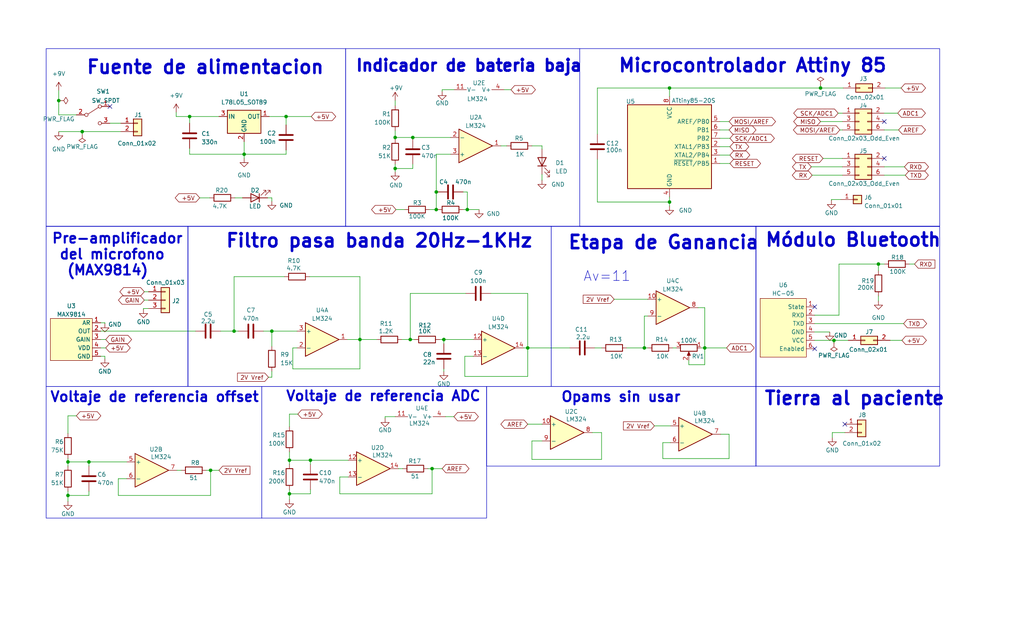
<source format=kicad_sch>
(kicad_sch (version 20230121) (generator eeschema)
  (paper "User" 310.007 189.992)
  (lib_symbols
    (symbol "Amplifier_Operational:LM324" (pin_names (offset 0.127))
      (property "Reference" "U" (at 0 5.08 0))
      (property "Value" "LM324" (at 0 -5.08 0))
      (symbol "LM324_1_1"
        (polyline (pts (xy -5.08 5.08) (xy 5.08 0) (xy -5.08 -5.08) (xy -5.08 5.08)) (stroke (width 0.254)) (fill (type background)))
        (pin output line (at 7.62 0 180) (length 2.54) (name "~") (number "1"))
        (pin input line (at -7.62 -2.54 0) (length 2.54) (name "-") (number "2"))
        (pin input line (at -7.62 2.54 0) (length 2.54) (name "+") (number "3"))
      )
      (symbol "LM324_2_1"
        (polyline (pts (xy -5.08 5.08) (xy 5.08 0) (xy -5.08 -5.08) (xy -5.08 5.08)) (stroke (width 0.254)) (fill (type background)))
        (pin input line (at -7.62 2.54 0) (length 2.54) (name "+") (number "5"))
        (pin input line (at -7.62 -2.54 0) (length 2.54) (name "-") (number "6"))
        (pin output line (at 7.62 0 180) (length 2.54) (name "~") (number "7"))
      )
      (symbol "LM324_3_1"
        (polyline (pts (xy -5.08 5.08) (xy 5.08 0) (xy -5.08 -5.08) (xy -5.08 5.08)) (stroke (width 0.254)) (fill (type background)))
        (pin input line (at -7.62 2.54 0) (length 2.54) (name "+") (number "10"))
        (pin output line (at 7.62 0 180) (length 2.54) (name "~") (number "8"))
        (pin input line (at -7.62 -2.54 0) (length 2.54) (name "-") (number "9"))
      )
      (symbol "LM324_4_1"
        (polyline (pts (xy -5.08 5.08) (xy 5.08 0) (xy -5.08 -5.08) (xy -5.08 5.08)) (stroke (width 0.254)) (fill (type background)))
        (pin input line (at -7.62 2.54 0) (length 2.54) (name "+") (number "12"))
        (pin input line (at -7.62 -2.54 0) (length 2.54) (name "-") (number "13"))
        (pin output line (at 7.62 0 180) (length 2.54) (name "~") (number "14"))
      )
      (symbol "LM324_5_1"
        (pin power_in line (at -2.54 -7.62 90) (length 3.81) (name "V-") (number "11"))
        (pin power_in line (at -2.54 7.62 270) (length 3.81) (name "V+") (number "4"))
      )
    )
    (symbol "Bluetooth:HC-05"
      (property "Reference" "U" (at 6.35 8.89 0))
      (property "Value" "HC-05" (at -3.81 8.89 0))
      (symbol "HC-05_0_1"
        (rectangle (start -6.35 7.62) (end 7.62 -10.16) (fill (type background)))
      )
      (symbol "HC-05_1_1"
        (pin bidirectional line (at 10.16 5.08 180) (length 2.54) (name "State") (number "1"))
        (pin bidirectional line (at 10.16 2.54 180) (length 2.54) (name "RXD") (number "2"))
        (pin bidirectional line (at 10.16 0 180) (length 2.54) (name "TXD") (number "3"))
        (pin power_in line (at 10.16 -2.54 180) (length 2.54) (name "GND") (number "4"))
        (pin power_in line (at 10.16 -5.08 180) (length 2.54) (name "VCC") (number "5"))
        (pin bidirectional line (at 10.16 -7.62 180) (length 2.54) (name "Enabled") (number "6"))
      )
    )
    (symbol "Connector_Generic:Conn_01x01" (pin_names (offset 1.016) hide)
      (property "Reference" "J" (at 0 2.54 0))
      (property "Value" "Conn_01x01" (at 0 -2.54 0))
      (symbol "Conn_01x01_1_1"
        (rectangle (start -1.27 0.127) (end 0 -0.127) (stroke (width 0.1524)))
        (rectangle (start -1.27 1.27) (end 1.27 -1.27) (stroke (width 0.254)) (fill (type background)))
        (pin passive line (at -5.08 0 0) (length 3.81) (name "Pin_1") (number "1"))
      )
    )
    (symbol "Connector_Generic:Conn_01x02" (pin_names (offset 1.016) hide)
      (property "Reference" "J" (at 0 2.54 0))
      (property "Value" "Conn_01x02" (at 0 -5.08 0))
      (symbol "Conn_01x02_1_1"
        (rectangle (start -1.27 -2.413) (end 0 -2.667) (stroke (width 0.1524)))
        (rectangle (start -1.27 0.127) (end 0 -0.127) (stroke (width 0.1524)))
        (rectangle (start -1.27 1.27) (end 1.27 -3.81) (stroke (width 0.254)) (fill (type background)))
        (pin passive line (at -5.08 0 0) (length 3.81) (name "Pin_1") (number "1"))
        (pin passive line (at -5.08 -2.54 0) (length 3.81) (name "Pin_2") (number "2"))
      )
    )
    (symbol "Connector_Generic:Conn_01x03" (pin_names (offset 1.016) hide)
      (property "Reference" "J" (at 0 5.08 0))
      (property "Value" "Conn_01x03" (at 0 -5.08 0))
      (symbol "Conn_01x03_1_1"
        (rectangle (start -1.27 -2.413) (end 0 -2.667) (stroke (width 0.1524)))
        (rectangle (start -1.27 0.127) (end 0 -0.127) (stroke (width 0.1524)))
        (rectangle (start -1.27 2.667) (end 0 2.413) (stroke (width 0.1524)))
        (rectangle (start -1.27 3.81) (end 1.27 -3.81) (stroke (width 0.254)) (fill (type background)))
        (pin passive line (at -5.08 2.54 0) (length 3.81) (name "Pin_1") (number "1"))
        (pin passive line (at -5.08 0 0) (length 3.81) (name "Pin_2") (number "2"))
        (pin passive line (at -5.08 -2.54 0) (length 3.81) (name "Pin_3") (number "3"))
      )
    )
    (symbol "Connector_Generic:Conn_02x01" (pin_names (offset 1.016) hide)
      (property "Reference" "J" (at 1.27 2.54 0))
      (property "Value" "Conn_02x01" (at 1.27 -2.54 0))
      (symbol "Conn_02x01_1_1"
        (rectangle (start -1.27 0.127) (end 0 -0.127) (stroke (width 0.1524)))
        (rectangle (start -1.27 1.27) (end 3.81 -1.27) (stroke (width 0.254)) (fill (type background)))
        (rectangle (start 3.81 0.127) (end 2.54 -0.127) (stroke (width 0.1524)))
        (pin passive line (at -5.08 0 0) (length 3.81) (name "Pin_1") (number "1"))
        (pin passive line (at 7.62 0 180) (length 3.81) (name "Pin_2") (number "2"))
      )
    )
    (symbol "Connector_Generic:Conn_02x03_Odd_Even" (pin_names (offset 1.016) hide)
      (property "Reference" "J" (at 1.27 5.08 0))
      (property "Value" "Conn_02x03_Odd_Even" (at 1.27 -5.08 0))
      (symbol "Conn_02x03_Odd_Even_1_1"
        (rectangle (start -1.27 -2.413) (end 0 -2.667) (stroke (width 0.1524)))
        (rectangle (start -1.27 0.127) (end 0 -0.127) (stroke (width 0.1524)))
        (rectangle (start -1.27 2.667) (end 0 2.413) (stroke (width 0.1524)))
        (rectangle (start -1.27 3.81) (end 3.81 -3.81) (stroke (width 0.254)) (fill (type background)))
        (rectangle (start 3.81 -2.413) (end 2.54 -2.667) (stroke (width 0.1524)))
        (rectangle (start 3.81 0.127) (end 2.54 -0.127) (stroke (width 0.1524)))
        (rectangle (start 3.81 2.667) (end 2.54 2.413) (stroke (width 0.1524)))
        (pin passive line (at -5.08 2.54 0) (length 3.81) (name "Pin_1") (number "1"))
        (pin passive line (at 7.62 2.54 180) (length 3.81) (name "Pin_2") (number "2"))
        (pin passive line (at -5.08 0 0) (length 3.81) (name "Pin_3") (number "3"))
        (pin passive line (at 7.62 0 180) (length 3.81) (name "Pin_4") (number "4"))
        (pin passive line (at -5.08 -2.54 0) (length 3.81) (name "Pin_5") (number "5"))
        (pin passive line (at 7.62 -2.54 180) (length 3.81) (name "Pin_6") (number "6"))
      )
    )
    (symbol "Device:C" (pin_numbers hide) (pin_names (offset 0.254))
      (property "Reference" "C" (at 0.635 2.54 0))
      (property "Value" "C" (at 0.635 -2.54 0))
      (symbol "C_0_1"
        (polyline (pts (xy -2.032 -0.762) (xy 2.032 -0.762)) (stroke (width 0.508)))
        (polyline (pts (xy -2.032 0.762) (xy 2.032 0.762)) (stroke (width 0.508)))
      )
      (symbol "C_1_1"
        (pin passive line (at 0 3.81 270) (length 2.794) (name "~") (number "1"))
        (pin passive line (at 0 -3.81 90) (length 2.794) (name "~") (number "2"))
      )
    )
    (symbol "Device:LED" (pin_numbers hide) (pin_names (offset 1.016) hide)
      (property "Reference" "D" (at 0 2.54 0))
      (property "Value" "LED" (at 0 -2.54 0))
      (symbol "LED_0_1"
        (polyline (pts (xy -1.27 -1.27) (xy -1.27 1.27)) (stroke (width 0.254)))
        (polyline (pts (xy -1.27 0) (xy 1.27 0)))
        (polyline (pts (xy 1.27 -1.27) (xy 1.27 1.27) (xy -1.27 0) (xy 1.27 -1.27)) (stroke (width 0.254)))
        (polyline (pts (xy -3.048 -0.762) (xy -4.572 -2.286) (xy -3.81 -2.286) (xy -4.572 -2.286) (xy -4.572 -1.524)))
        (polyline (pts (xy -1.778 -0.762) (xy -3.302 -2.286) (xy -2.54 -2.286) (xy -3.302 -2.286) (xy -3.302 -1.524)))
      )
      (symbol "LED_1_1"
        (pin passive line (at -3.81 0 0) (length 2.54) (name "K") (number "1"))
        (pin passive line (at 3.81 0 180) (length 2.54) (name "A") (number "2"))
      )
    )
    (symbol "Device:R" (pin_numbers hide) (pin_names (offset 0))
      (property "Reference" "R" (at 2.032 0 90))
      (property "Value" "R" (at 0 0 90))
      (symbol "R_0_1"
        (rectangle (start -1.016 -2.54) (end 1.016 2.54) (stroke (width 0.254)))
      )
      (symbol "R_1_1"
        (pin passive line (at 0 3.81 270) (length 1.27) (name "~") (number "1"))
        (pin passive line (at 0 -3.81 90) (length 1.27) (name "~") (number "2"))
      )
    )
    (symbol "Device:R_Potentiometer" (pin_names (offset 1.016) hide)
      (property "Reference" "RV" (at -4.445 0 90))
      (property "Value" "R_Potentiometer" (at -2.54 0 90))
      (symbol "R_Potentiometer_0_1"
        (polyline (pts (xy 2.54 0) (xy 1.524 0)))
        (polyline (pts (xy 1.143 0) (xy 2.286 0.508) (xy 2.286 -0.508) (xy 1.143 0)) (fill (type outline)))
        (rectangle (start 1.016 2.54) (end -1.016 -2.54) (stroke (width 0.254)))
      )
      (symbol "R_Potentiometer_1_1"
        (pin passive line (at 0 3.81 270) (length 1.27) (name "1") (number "1"))
        (pin passive line (at 3.81 0 180) (length 1.27) (name "2") (number "2"))
        (pin passive line (at 0 -3.81 90) (length 1.27) (name "3") (number "3"))
      )
    )
    (symbol "MAX9814:MAX9814"
      (property "Reference" "U" (at -5.08 8.89 0))
      (property "Value" "MAX9814" (at 2.54 8.89 0))
      (symbol "MAX9814_0_1"
        (rectangle (start -6.35 7.62) (end 6.35 -5.08) (stroke (width 0) (color 132 0 0 1)) (fill (type background)))
      )
      (symbol "MAX9814_1_1"
        (pin power_in line (at 8.89 6.35 180) (length 2.54) (name "AR") (number "1"))
        (pin output line (at 8.89 3.81 180) (length 2.54) (name "OUT") (number "2"))
        (pin bidirectional line (at 8.89 1.27 180) (length 2.54) (name "GAIN") (number "3"))
        (pin power_in line (at 8.89 -1.27 180) (length 2.54) (name "VDD") (number "4"))
        (pin power_in line (at 8.89 -3.81 180) (length 2.54) (name "GND") (number "5"))
      )
    )
    (symbol "MCU_Microchip_ATtiny:ATtiny85-20S"
      (property "Reference" "U" (at -12.7 13.97 0))
      (property "Value" "ATtiny85-20S" (at 2.54 -13.97 0))
      (symbol "ATtiny85-20S_0_1"
        (rectangle (start -12.7 -12.7) (end 12.7 12.7) (stroke (width 0.254)) (fill (type background)))
      )
      (symbol "ATtiny85-20S_1_1"
        (pin bidirectional line (at 15.24 -5.08 180) (length 2.54) (name "~{RESET}/PB5") (number "1"))
        (pin bidirectional line (at 15.24 0 180) (length 2.54) (name "XTAL1/PB3") (number "2"))
        (pin bidirectional line (at 15.24 -2.54 180) (length 2.54) (name "XTAL2/PB4") (number "3"))
        (pin power_in line (at 0 -15.24 90) (length 2.54) (name "GND") (number "4"))
        (pin bidirectional line (at 15.24 7.62 180) (length 2.54) (name "AREF/PB0") (number "5"))
        (pin bidirectional line (at 15.24 5.08 180) (length 2.54) (name "PB1") (number "6"))
        (pin bidirectional line (at 15.24 2.54 180) (length 2.54) (name "PB2") (number "7"))
        (pin power_in line (at 0 15.24 270) (length 2.54) (name "VCC") (number "8"))
      )
    )
    (symbol "Regulator_Linear:L78L05_SOT89" (pin_names (offset 0.254))
      (property "Reference" "U" (at -3.81 3.175 0))
      (property "Value" "L78L05_SOT89" (at -0.635 3.175 0))
      (symbol "L78L05_SOT89_0_1"
        (rectangle (start -5.08 1.905) (end 5.08 -5.08) (stroke (width 0.254)) (fill (type background)))
      )
      (symbol "L78L05_SOT89_1_1"
        (pin power_out line (at 7.62 0 180) (length 2.54) (name "OUT") (number "1"))
        (pin power_in line (at 0 -7.62 90) (length 2.54) (name "GND") (number "2"))
        (pin power_in line (at -7.62 0 0) (length 2.54) (name "IN") (number "3"))
      )
    )
    (symbol "Switch:SW_SPDT" (pin_names (offset 0) hide)
      (property "Reference" "SW" (at 0 4.318 0))
      (property "Value" "SW_SPDT" (at 0 -5.08 0))
      (symbol "SW_SPDT_0_0"
        (circle (center -2.032 0) (radius 0.508))
        (circle (center 2.032 -2.54) (radius 0.508))
      )
      (symbol "SW_SPDT_0_1"
        (polyline (pts (xy -1.524 0.254) (xy 1.651 2.286)))
        (circle (center 2.032 2.54) (radius 0.508))
      )
      (symbol "SW_SPDT_1_1"
        (pin passive line (at 5.08 2.54 180) (length 2.54) (name "A") (number "1"))
        (pin passive line (at -5.08 0 0) (length 2.54) (name "B") (number "2"))
        (pin passive line (at 5.08 -2.54 180) (length 2.54) (name "C") (number "3"))
      )
    )
    (symbol "power:+9V" (power) (pin_names (offset 0))
      (property "Value" "+9V" (at 0 3.556 0))
      (symbol "+9V_0_1"
        (polyline (pts (xy -0.762 1.27) (xy 0 2.54)))
        (polyline (pts (xy 0 0) (xy 0 2.54)))
        (polyline (pts (xy 0 2.54) (xy 0.762 1.27)))
      )
      (symbol "+9V_1_1"
        (pin power_in line (at 0 0 90) (length 0) hide (name "+9V") (number "1"))
      )
    )
    (symbol "power:GND" (power) (pin_names (offset 0))
      (property "Value" "GND" (at 0 -3.81 0))
      (symbol "GND_0_1"
        (polyline (pts (xy 0 0) (xy 0 -1.27) (xy 1.27 -1.27) (xy 0 -2.54) (xy -1.27 -1.27) (xy 0 -1.27)))
      )
      (symbol "GND_1_1"
        (pin power_in line (at 0 0 270) (length 0) hide (name "GND") (number "1"))
      )
    )
    (symbol "power:PWR_FLAG" (power) (pin_numbers hide) (pin_names (offset 0) hide)
      (property "Value" "PWR_FLAG" (at 0 3.81 0))
      (symbol "PWR_FLAG_0_0"
        (pin power_out line (at 0 0 90) (length 0) (name "pwr") (number "1"))
      )
      (symbol "PWR_FLAG_0_1"
        (polyline (pts (xy 0 0) (xy 0 1.27) (xy -1.016 1.905) (xy 0 2.54) (xy 1.016 1.905) (xy 0 1.27)))
      )
    )
  )
  (junction (at 57.404 35.306))
  (junction (at 124.968 41.656))
  (junction (at 20.574 139.954))
  (junction (at 265.938 80.01))
  (junction (at 108.966 102.87))
  (junction (at 195.072 105.41))
  (junction (at 24.892 39.878))
  (junction (at 132.08 63.5))
  (junction (at 130.81 141.986))
  (junction (at 20.574 150.114))
  (junction (at 26.924 139.954))
  (junction (at 202.692 26.67))
  (junction (at 248.412 26.67))
  (junction (at 213.36 105.41))
  (junction (at 63.754 142.494))
  (junction (at 132.08 58.166))
  (junction (at 17.78 30.48))
  (junction (at 134.366 102.87))
  (junction (at 119.634 51.054))
  (junction (at 82.296 100.33))
  (junction (at 73.914 46.736))
  (junction (at 87.63 139.446))
  (junction (at 202.692 61.214))
  (junction (at 93.98 139.446))
  (junction (at 124.206 102.87))
  (junction (at 86.614 35.306))
  (junction (at 87.63 149.606))
  (junction (at 70.866 100.33))
  (junction (at 252.476 103.124))
  (junction (at 141.478 63.5))
  (junction (at 159.766 105.41))
  (junction (at 119.634 41.656))
  (no_connect (at 255.778 128.524))
  (no_connect (at 267.716 48.006))
  (no_connect (at 246.634 105.664))
  (no_connect (at 267.716 36.83))
  (no_connect (at 246.634 92.964))
  (no_connect (at 33.274 32.258))
  (wire (pts (xy 265.938 80.01) (xy 265.938 82.042)))
  (wire (pts (xy 140.208 63.5) (xy 141.478 63.5)))
  (wire (pts (xy 195.072 95.758) (xy 196.088 95.758)))
  (wire (pts (xy 17.78 34.798) (xy 23.114 34.798)))
  (wire (pts (xy 30.48 97.79) (xy 31.75 97.79)))
  (wire (pts (xy 57.404 35.306) (xy 57.404 37.338)))
  (wire (pts (xy 134.366 111.76) (xy 134.366 112.522)))
  (wire (pts (xy 20.574 148.844) (xy 20.574 150.114)))
  (wire (pts (xy 63.754 150.114) (xy 63.754 142.494)))
  (wire (pts (xy 70.866 83.82) (xy 86.106 83.82)))
  (wire (pts (xy 202.692 61.214) (xy 202.692 62.484)))
  (wire (pts (xy 143.256 107.95) (xy 140.716 107.95)))
  (wire (pts (xy 220.726 138.938) (xy 220.726 131.572)))
  (wire (pts (xy 217.932 36.83) (xy 220.726 36.83)))
  (wire (pts (xy 71.12 59.944) (xy 73.406 59.944)))
  (wire (pts (xy 202.692 59.69) (xy 202.692 61.214)))
  (wire (pts (xy 87.63 139.446) (xy 87.63 140.716)))
  (wire (pts (xy 267.716 53.086) (xy 274.066 53.086)))
  (wire (pts (xy 24.892 39.878) (xy 36.576 39.878)))
  (wire (pts (xy 220.98 41.91) (xy 217.932 41.91)))
  (wire (pts (xy 90.17 125.476) (xy 87.63 125.476)))
  (wire (pts (xy 254 80.01) (xy 254 95.504)))
  (wire (pts (xy 220.98 49.53) (xy 217.932 49.53)))
  (wire (pts (xy 195.072 95.758) (xy 195.072 105.41)))
  (wire (pts (xy 124.968 49.784) (xy 124.968 51.054)))
  (wire (pts (xy 87.63 136.906) (xy 87.63 139.446)))
  (wire (pts (xy 251.968 131.064) (xy 251.968 132.588)))
  (wire (pts (xy 212.344 105.41) (xy 213.36 105.41)))
  (wire (pts (xy 252.476 103.124) (xy 256.794 103.124)))
  (wire (pts (xy 267.716 50.546) (xy 273.812 50.546)))
  (wire (pts (xy 248.412 26.67) (xy 255.27 26.67)))
  (wire (pts (xy 26.924 150.114) (xy 20.574 150.114)))
  (wire (pts (xy 20.574 150.114) (xy 20.574 151.892)))
  (wire (pts (xy 133.858 141.986) (xy 130.81 141.986)))
  (wire (pts (xy 119.634 41.656) (xy 124.968 41.656)))
  (wire (pts (xy 200.66 134.112) (xy 200.66 138.938)))
  (wire (pts (xy 108.966 102.87) (xy 114.046 102.87)))
  (wire (pts (xy 124.968 41.656) (xy 136.398 41.656)))
  (wire (pts (xy 119.634 30.48) (xy 119.634 32.004)))
  (wire (pts (xy 180.848 26.67) (xy 202.692 26.67)))
  (wire (pts (xy 132.08 63.5) (xy 132.588 63.5)))
  (wire (pts (xy 255.016 50.546) (xy 245.618 50.546)))
  (wire (pts (xy 57.404 35.306) (xy 53.34 35.306)))
  (wire (pts (xy 86.614 45.466) (xy 86.614 46.736)))
  (wire (pts (xy 208.534 110.49) (xy 213.36 110.49)))
  (wire (pts (xy 66.294 35.306) (xy 57.404 35.306)))
  (wire (pts (xy 93.98 139.446) (xy 105.41 139.446)))
  (wire (pts (xy 164.084 52.832) (xy 164.084 54.61)))
  (wire (pts (xy 134.366 102.87) (xy 143.256 102.87)))
  (wire (pts (xy 30.48 107.95) (xy 31.75 107.95)))
  (wire (pts (xy 132.08 58.166) (xy 132.588 58.166)))
  (wire (pts (xy 86.614 37.846) (xy 86.614 35.306)))
  (wire (pts (xy 161.036 139.192) (xy 161.036 133.604)))
  (wire (pts (xy 164.084 128.524) (xy 159.766 128.524)))
  (wire (pts (xy 20.574 138.938) (xy 20.574 139.954)))
  (wire (pts (xy 202.692 26.67) (xy 202.692 29.21)))
  (wire (pts (xy 180.848 26.67) (xy 180.848 40.64)))
  (wire (pts (xy 195.072 105.41) (xy 196.088 105.41)))
  (wire (pts (xy 267.716 34.29) (xy 271.78 34.29)))
  (wire (pts (xy 248.412 25.908) (xy 248.412 26.67)))
  (wire (pts (xy 17.78 39.878) (xy 24.892 39.878)))
  (wire (pts (xy 116.586 126.238) (xy 116.586 126.746)))
  (wire (pts (xy 220.726 131.572) (xy 218.186 131.572)))
  (wire (pts (xy 248.412 36.83) (xy 255.016 36.83)))
  (wire (pts (xy 140.97 88.9) (xy 124.206 88.9)))
  (wire (pts (xy 159.766 88.9) (xy 159.766 105.41)))
  (wire (pts (xy 140.208 58.166) (xy 141.478 58.166)))
  (wire (pts (xy 164.084 44.196) (xy 161.036 44.196)))
  (polyline (pts (xy 228.854 68.58) (xy 284.48 68.58)))
  (wire (pts (xy 87.63 149.606) (xy 87.63 151.384)))
  (wire (pts (xy 20.574 139.954) (xy 20.574 141.224)))
  (wire (pts (xy 119.888 63.5) (xy 122.428 63.5)))
  (wire (pts (xy 211.328 93.218) (xy 213.36 93.218)))
  (wire (pts (xy 182.118 131.064) (xy 179.324 131.064)))
  (wire (pts (xy 81.534 35.306) (xy 86.614 35.306)))
  (wire (pts (xy 82.296 114.3) (xy 82.296 112.522)))
  (wire (pts (xy 35.814 145.034) (xy 35.814 150.114)))
  (wire (pts (xy 130.81 141.986) (xy 130.81 149.606)))
  (wire (pts (xy 63.754 142.494) (xy 66.294 142.494)))
  (wire (pts (xy 57.404 46.736) (xy 73.914 46.736)))
  (wire (pts (xy 124.206 102.87) (xy 125.476 102.87)))
  (wire (pts (xy 93.98 148.336) (xy 93.98 149.606)))
  (wire (pts (xy 66.802 100.33) (xy 70.866 100.33)))
  (polyline (pts (xy 175.514 68.58) (xy 228.854 68.58)))
  (wire (pts (xy 251.206 100.584) (xy 246.634 100.584)))
  (wire (pts (xy 102.87 149.606) (xy 130.81 149.606)))
  (wire (pts (xy 246.634 98.044) (xy 273.558 98.044)))
  (wire (pts (xy 213.36 105.41) (xy 219.964 105.41)))
  (wire (pts (xy 246.634 103.124) (xy 252.476 103.124)))
  (wire (pts (xy 38.354 145.034) (xy 35.814 145.034)))
  (wire (pts (xy 129.54 141.986) (xy 130.81 141.986)))
  (wire (pts (xy 121.666 102.87) (xy 124.206 102.87)))
  (wire (pts (xy 164.084 45.212) (xy 164.084 44.196)))
  (polyline (pts (xy 148.59 117.094) (xy 148.59 117.094)))
  (wire (pts (xy 26.924 139.954) (xy 38.354 139.954)))
  (wire (pts (xy 161.036 133.604) (xy 164.084 133.604)))
  (wire (pts (xy 148.59 88.9) (xy 159.766 88.9)))
  (wire (pts (xy 251.714 60.452) (xy 251.714 60.706)))
  (wire (pts (xy 180.848 61.214) (xy 202.692 61.214)))
  (wire (pts (xy 73.914 42.926) (xy 73.914 46.736)))
  (wire (pts (xy 253.746 34.29) (xy 255.016 34.29)))
  (wire (pts (xy 202.692 26.67) (xy 248.412 26.67)))
  (wire (pts (xy 255.016 53.086) (xy 245.872 53.086)))
  (wire (pts (xy 153.416 44.196) (xy 151.638 44.196)))
  (wire (pts (xy 255.016 48.006) (xy 249.174 48.006)))
  (wire (pts (xy 108.966 102.87) (xy 108.966 111.76)))
  (wire (pts (xy 82.296 100.33) (xy 89.916 100.33)))
  (wire (pts (xy 31.75 107.95) (xy 31.75 108.712)))
  (wire (pts (xy 275.336 80.01) (xy 276.86 80.01)))
  (wire (pts (xy 202.946 134.112) (xy 200.66 134.112)))
  (wire (pts (xy 17.78 27.432) (xy 17.78 30.48)))
  (wire (pts (xy 70.866 100.33) (xy 72.136 100.33)))
  (wire (pts (xy 102.87 144.526) (xy 102.87 149.606)))
  (wire (pts (xy 189.738 105.41) (xy 195.072 105.41)))
  (wire (pts (xy 254.508 60.452) (xy 251.714 60.452)))
  (wire (pts (xy 217.932 39.37) (xy 220.726 39.37)))
  (wire (pts (xy 269.494 103.124) (xy 273.05 103.124)))
  (wire (pts (xy 140.716 107.95) (xy 140.716 114.046)))
  (wire (pts (xy 26.924 148.844) (xy 26.924 150.114)))
  (wire (pts (xy 182.118 139.192) (xy 161.036 139.192)))
  (wire (pts (xy 119.634 39.624) (xy 119.634 41.656)))
  (wire (pts (xy 82.296 100.33) (xy 79.756 100.33)))
  (wire (pts (xy 105.156 102.87) (xy 108.966 102.87)))
  (wire (pts (xy 70.866 83.82) (xy 70.866 100.33)))
  (wire (pts (xy 20.574 125.984) (xy 20.574 131.318)))
  (wire (pts (xy 57.404 44.958) (xy 57.404 46.736)))
  (wire (pts (xy 87.63 125.476) (xy 87.63 129.286)))
  (wire (pts (xy 133.096 102.87) (xy 134.366 102.87)))
  (wire (pts (xy 54.864 142.494) (xy 53.594 142.494)))
  (wire (pts (xy 119.634 126.238) (xy 116.586 126.238)))
  (wire (pts (xy 63.754 142.494) (xy 62.484 142.494)))
  (wire (pts (xy 251.968 131.064) (xy 255.778 131.064)))
  (wire (pts (xy 26.924 141.224) (xy 26.924 139.954)))
  (wire (pts (xy 203.708 105.41) (xy 204.724 105.41)))
  (wire (pts (xy 44.958 93.472) (xy 43.434 93.472)))
  (wire (pts (xy 124.968 51.054) (xy 119.634 51.054)))
  (wire (pts (xy 267.97 26.67) (xy 272.796 26.67)))
  (wire (pts (xy 82.296 59.944) (xy 82.296 60.96)))
  (wire (pts (xy 88.646 111.76) (xy 108.966 111.76)))
  (wire (pts (xy 254 80.01) (xy 265.938 80.01)))
  (wire (pts (xy 208.534 109.22) (xy 208.534 110.49)))
  (wire (pts (xy 87.63 148.336) (xy 87.63 149.606)))
  (wire (pts (xy 93.98 140.716) (xy 93.98 139.446)))
  (wire (pts (xy 182.118 131.064) (xy 182.118 139.192)))
  (wire (pts (xy 73.914 46.736) (xy 73.914 48.006)))
  (wire (pts (xy 252.476 103.124) (xy 252.476 103.886)))
  (wire (pts (xy 35.814 150.114) (xy 63.754 150.114)))
  (wire (pts (xy 73.914 46.736) (xy 86.614 46.736)))
  (wire (pts (xy 254.254 39.37) (xy 255.016 39.37)))
  (wire (pts (xy 132.08 63.5) (xy 132.08 58.166)))
  (wire (pts (xy 220.98 46.99) (xy 217.932 46.99)))
  (wire (pts (xy 180.848 48.26) (xy 180.848 61.214)))
  (wire (pts (xy 31.75 97.79) (xy 31.75 98.044)))
  (wire (pts (xy 246.634 95.504) (xy 254 95.504)))
  (wire (pts (xy 93.726 83.82) (xy 108.966 83.82)))
  (wire (pts (xy 124.968 41.656) (xy 124.968 42.164)))
  (wire (pts (xy 158.496 105.41) (xy 159.766 105.41)))
  (wire (pts (xy 23.114 125.984) (xy 20.574 125.984)))
  (wire (pts (xy 220.98 44.45) (xy 217.932 44.45)))
  (wire (pts (xy 180.086 105.41) (xy 182.118 105.41)))
  (wire (pts (xy 30.48 105.41) (xy 32.004 105.41)))
  (wire (pts (xy 140.716 114.046) (xy 159.766 114.046)))
  (wire (pts (xy 119.634 51.054) (xy 119.634 52.07)))
  (wire (pts (xy 108.966 83.82) (xy 108.966 102.87)))
  (wire (pts (xy 152.654 27.178) (xy 154.686 27.178)))
  (wire (pts (xy 119.634 49.784) (xy 119.634 51.054)))
  (wire (pts (xy 43.434 93.472) (xy 43.434 93.726)))
  (wire (pts (xy 60.452 59.944) (xy 63.5 59.944)))
  (wire (pts (xy 121.92 141.986) (xy 120.65 141.986)))
  (wire (pts (xy 43.688 90.932) (xy 44.958 90.932)))
  (wire (pts (xy 136.398 46.736) (xy 132.08 46.736)))
  (wire (pts (xy 185.928 90.678) (xy 196.088 90.678)))
  (wire (pts (xy 93.98 139.446) (xy 87.63 139.446)))
  (wire (pts (xy 119.634 41.656) (xy 119.634 42.164)))
  (wire (pts (xy 159.766 105.41) (xy 172.466 105.41)))
  (wire (pts (xy 81.28 114.3) (xy 82.296 114.3)))
  (wire (pts (xy 198.12 129.032) (xy 202.946 129.032)))
  (wire (pts (xy 133.858 27.686) (xy 133.858 27.178)))
  (wire (pts (xy 133.858 27.178) (xy 137.414 27.178)))
  (wire (pts (xy 105.41 144.526) (xy 102.87 144.526)))
  (wire (pts (xy 267.716 39.37) (xy 272.034 39.37)))
  (wire (pts (xy 93.98 149.606) (xy 87.63 149.606)))
  (wire (pts (xy 124.206 88.9) (xy 124.206 102.87)))
  (wire (pts (xy 43.688 88.392) (xy 44.958 88.392)))
  (wire (pts (xy 86.614 35.306) (xy 94.234 35.306)))
  (wire (pts (xy 89.916 105.41) (xy 88.646 105.41)))
  (wire (pts (xy 265.938 80.01) (xy 267.716 80.01)))
  (wire (pts (xy 134.366 102.87) (xy 134.366 104.14)))
  (wire (pts (xy 82.296 104.902) (xy 82.296 100.33)))
  (wire (pts (xy 200.66 138.938) (xy 220.726 138.938)))
  (wire (pts (xy 213.36 110.49) (xy 213.36 105.41)))
  (wire (pts (xy 159.766 105.41) (xy 159.766 114.046)))
  (wire (pts (xy 265.938 89.662) (xy 265.938 91.186)))
  (wire (pts (xy 26.924 139.954) (xy 20.574 139.954)))
  (wire (pts (xy 17.78 30.48) (xy 17.78 34.798)))
  (wire (pts (xy 134.874 126.238) (xy 137.414 126.238)))
  (wire (pts (xy 213.36 93.218) (xy 213.36 105.41)))
  (wire (pts (xy 53.34 35.306) (xy 53.34 34.036)))
  (wire (pts (xy 30.48 100.33) (xy 59.182 100.33)))
  (wire (pts (xy 132.08 46.736) (xy 132.08 58.166)))
  (wire (pts (xy 141.478 63.5) (xy 145.034 63.5)))
  (wire (pts (xy 81.026 59.944) (xy 82.296 59.944)))
  (wire (pts (xy 33.274 37.338) (xy 36.576 37.338)))
  (wire (pts (xy 88.646 105.41) (xy 88.646 111.76)))
  (wire (pts (xy 141.478 58.166) (xy 141.478 63.5)))
  (wire (pts (xy 130.048 63.5) (xy 132.08 63.5)))
  (wire (pts (xy 30.48 102.87) (xy 32.004 102.87)))
  (wire (pts (xy 24.892 39.878) (xy 24.892 40.64)))
  (wire (pts (xy 17.78 30.48) (xy 18.034 30.48)))
  (rectangle (start 13.97 14.732) (end 104.648 68.58))
  (rectangle (start 166.878 68.58) (end 228.854 117.094))
  (rectangle (start 13.97 117.094) (end 79.248 156.972))
  (rectangle (start 175.514 14.732) (end 284.48 68.58))
  (rectangle (start 228.854 117.094) (end 284.48 141.224))
  (rectangle (start 104.648 14.732) (end 175.514 68.58))
  (rectangle (start 56.896 68.58) (end 166.878 117.094))
  (rectangle (start 79.248 117.094) (end 147.32 156.972))
  (rectangle (start 13.97 68.58) (end 56.896 117.094))
  (rectangle (start 228.854 68.58) (end 284.48 117.094))
  (rectangle (start 147.32 117.094) (end 228.854 141.224))
  (text "Voltaje de referencia offset" (at 14.986 122.174 0) (effects (font (size 3 3) bold) (justify left bottom)))
  (text "Módulo Bluetooth" (at 231.394 75.184 0) (effects (font (size 4 4) bold) (justify left bottom)))
  (text "Pre-amplificador\n del microfono\n  (MAX9814)" (at 15.494 83.82 0) (effects (font (size 3 3) (thickness 0.6) bold) (justify left bottom)))
  (text "Opams sin usar" (at 169.672 122.174 0) (effects (font (size 3 3) bold) (justify left bottom)))
  (text "Tierra al paciente\n" (at 231.14 123.19 0) (effects (font (size 4 4) bold) (justify left bottom)))
  (text "Av=11\n" (at 176.53 85.598 0) (effects (font (size 3 3)) (justify left bottom)))
  (text "Indicador de bateria baja\n" (at 107.442 22.098 0) (effects (font (size 3.5 3.5) (thickness 0.8) bold) (justify left bottom)))
  (text "Filtro pasa banda 20Hz-1KHz" (at 68.072 75.438 0) (effects (font (size 4 4) (thickness 0.8) bold) (justify left bottom)))
  (text "Voltaje de referencia ADC" (at 86.36 121.92 0) (effects (font (size 3 3) bold) (justify left bottom)))
  (text "Etapa de Ganancia" (at 171.704 75.946 0) (effects (font (size 4 4) bold) (justify left bottom)))
  (text "Fuente de alimentacion" (at 25.908 22.86 0) (effects (font (size 4 4) (thickness 0.8) bold) (justify left bottom)))
  (text "Microcontrolador Attiny 85" (at 186.944 22.352 0) (effects (font (size 4 4) (thickness 0.8) bold) (justify left bottom)))
  (global_label "+5V" (shape bidirectional) (at 273.05 103.124 0) (property "Intersheetrefs" "${INTERSHEET_REFS}" (effects hide)))
  (global_label "ADC1" (shape bidirectional) (at 271.78 34.29 0) (property "Intersheetrefs" "${INTERSHEET_REFS}" (effects hide)))
  (global_label "RX" (shape bidirectional) (at 220.98 46.99 0) (property "Intersheetrefs" "${INTERSHEET_REFS}" (effects hide)))
  (global_label "MISO" (shape bidirectional) (at 248.412 36.83 180) (property "Intersheetrefs" "${INTERSHEET_REFS}" (effects hide)))
  (global_label "+5V" (shape bidirectional) (at 23.114 125.984 0) (property "Intersheetrefs" "${INTERSHEET_REFS}" (effects hide)))
  (global_label "SCK{slash}ADC1" (shape bidirectional) (at 220.98 41.91 0) (property "Intersheetrefs" "${INTERSHEET_REFS}" (effects hide)))
  (global_label "+5V" (shape bidirectional) (at 119.888 63.5 180) (property "Intersheetrefs" "${INTERSHEET_REFS}" (effects hide)))
  (global_label "+5V" (shape bidirectional) (at 154.686 27.178 0) (property "Intersheetrefs" "${INTERSHEET_REFS}" (effects hide)))
  (global_label "RESET" (shape bidirectional) (at 249.174 48.006 180) (property "Intersheetrefs" "${INTERSHEET_REFS}" (effects hide)))
  (global_label "TXD" (shape bidirectional) (at 273.558 98.044 0) (property "Intersheetrefs" "${INTERSHEET_REFS}" (effects hide)))
  (global_label "GAIN" (shape bidirectional) (at 43.688 90.932 180) (property "Intersheetrefs" "${INTERSHEET_REFS}" (effects hide)))
  (global_label "+5V" (shape bidirectional) (at 43.688 88.392 180) (property "Intersheetrefs" "${INTERSHEET_REFS}" (effects hide)))
  (global_label "TXD" (shape bidirectional) (at 274.066 53.086 0) (property "Intersheetrefs" "${INTERSHEET_REFS}" (effects hide)))
  (global_label "2V Vref" (shape input) (at 198.12 129.032 180) (property "Intersheetrefs" "${INTERSHEET_REFS}" (effects hide)))
  (global_label "TX" (shape bidirectional) (at 245.618 50.546 180) (property "Intersheetrefs" "${INTERSHEET_REFS}" (effects hide)))
  (global_label "MOSI{slash}AREF" (shape bidirectional) (at 254.254 39.37 180) (property "Intersheetrefs" "${INTERSHEET_REFS}" (effects hide)))
  (global_label "GAIN" (shape bidirectional) (at 32.004 102.87 0) (property "Intersheetrefs" "${INTERSHEET_REFS}" (effects hide)))
  (global_label "+5V" (shape bidirectional) (at 137.414 126.238 0) (property "Intersheetrefs" "${INTERSHEET_REFS}" (effects hide)))
  (global_label "MISO" (shape bidirectional) (at 220.726 39.37 0) (property "Intersheetrefs" "${INTERSHEET_REFS}" (effects hide)))
  (global_label "+5V" (shape bidirectional) (at 272.796 26.67 0) (property "Intersheetrefs" "${INTERSHEET_REFS}" (effects hide)))
  (global_label "RESET" (shape bidirectional) (at 220.98 49.53 0) (property "Intersheetrefs" "${INTERSHEET_REFS}" (effects hide)))
  (global_label "TX" (shape bidirectional) (at 220.98 44.45 0) (property "Intersheetrefs" "${INTERSHEET_REFS}" (effects hide)))
  (global_label "2V Vref" (shape input) (at 81.28 114.3 180) (property "Intersheetrefs" "${INTERSHEET_REFS}" (effects hide)))
  (global_label "2V Vref" (shape input) (at 185.928 90.678 180) (property "Intersheetrefs" "${INTERSHEET_REFS}" (effects hide)))
  (global_label "RX" (shape bidirectional) (at 245.872 53.086 180) (property "Intersheetrefs" "${INTERSHEET_REFS}" (effects hide)))
  (global_label "+5V" (shape bidirectional) (at 94.234 35.306 0) (property "Intersheetrefs" "${INTERSHEET_REFS}" (effects hide)))
  (global_label "+5V" (shape bidirectional) (at 32.004 105.41 0) (property "Intersheetrefs" "${INTERSHEET_REFS}" (effects hide)))
  (global_label "+5V" (shape bidirectional) (at 90.17 125.476 0) (property "Intersheetrefs" "${INTERSHEET_REFS}" (effects hide)))
  (global_label "ADC1" (shape bidirectional) (at 219.964 105.41 0) (property "Intersheetrefs" "${INTERSHEET_REFS}" (effects hide)))
  (global_label "AREF" (shape bidirectional) (at 159.766 128.524 180) (property "Intersheetrefs" "${INTERSHEET_REFS}" (effects hide)))
  (global_label "RXD" (shape bidirectional) (at 273.812 50.546 0) (property "Intersheetrefs" "${INTERSHEET_REFS}" (effects hide)))
  (global_label "AREF" (shape bidirectional) (at 272.034 39.37 0) (property "Intersheetrefs" "${INTERSHEET_REFS}" (effects hide)))
  (global_label "SCK{slash}ADC1" (shape bidirectional) (at 253.746 34.29 180) (property "Intersheetrefs" "${INTERSHEET_REFS}" (effects hide)))
  (global_label "AREF" (shape bidirectional) (at 133.858 141.986 0) (property "Intersheetrefs" "${INTERSHEET_REFS}" (effects hide)))
  (global_label "RXD" (shape input) (at 276.86 80.01 0) (property "Intersheetrefs" "${INTERSHEET_REFS}" (effects hide)))
  (global_label "+5V" (shape bidirectional) (at 60.452 59.944 180) (property "Intersheetrefs" "${INTERSHEET_REFS}" (effects hide)))
  (global_label "2V Vref" (shape input) (at 66.294 142.494 0) (property "Intersheetrefs" "${INTERSHEET_REFS}" (effects hide)))
  (global_label "MOSI{slash}AREF" (shape bidirectional) (at 220.726 36.83 0) (property "Intersheetrefs" "${INTERSHEET_REFS}" (effects hide)))
  (symbol (lib_id "power:+9V") (at 17.78 27.432 0) (unit 1)
    (property "Reference" "#PWR01" (effects hide))
    (property "Value" "+9V" (at 17.78 22.352 0))
  )
  (symbol (lib_id "Connector_Generic:Conn_01x02") (at 41.656 37.338 0) (unit 1)
    (property "Reference" "J1" (at 40.64 34.798 0) (effects (justify left)))
    (property "Value" "Conn_01x02" (at 35.56 43.434 0) (effects (justify left)))
    (property "Footprint" "Connector_JST:JST_EH_S2B-EH_1x02_P2.50mm_Horizontal" (effects hide))
  )
  (symbol (lib_id "Device:C") (at 86.614 41.656 0) (mirror y) (unit 1)
    (property "Reference" "C2" (at 83.566 40.3859 0) (effects (justify left)))
    (property "Value" "100n" (at 83.566 42.9259 0) (effects (justify left)))
    (property "Footprint" "Capacitor_SMD:C_0805_2012Metric_Pad1.18x1.45mm_HandSolder" (effects hide))
  )
  (symbol (lib_id "power:GND") (at 73.914 48.006 0) (unit 1)
    (property "Reference" "#PWR0107" (effects hide))
    (property "Value" "GND" (at 73.914 53.086 0))
  )
  (symbol (lib_id "Device:C") (at 57.404 41.148 0) (unit 1)
    (property "Reference" "C1" (at 60.96 40.513 0) (effects (justify left)))
    (property "Value" "330n" (at 60.96 43.053 0) (effects (justify left)))
    (property "Footprint" "Capacitor_SMD:C_0805_2012Metric_Pad1.18x1.45mm_HandSolder" (effects hide))
  )
  (symbol (lib_id "Device:C") (at 124.968 45.974 180) (unit 1)
    (property "Reference" "C3" (at 127.508 44.704 0) (effects (justify right)))
    (property "Value" "470n" (at 127.508 47.244 0) (effects (justify right)))
    (property "Footprint" "Capacitor_SMD:C_0805_2012Metric_Pad1.18x1.45mm_HandSolder" (effects hide))
  )
  (symbol (lib_id "Device:R") (at 119.634 45.974 180) (unit 1)
    (property "Reference" "R2" (at 118.364 44.704 0) (effects (justify left)))
    (property "Value" "51K" (at 118.364 47.244 0) (effects (justify left)))
    (property "Footprint" "Resistor_SMD:R_0805_2012Metric_Pad1.20x1.40mm_HandSolder" (effects hide))
  )
  (symbol (lib_id "Device:C") (at 75.946 100.33 90) (unit 1)
    (property "Reference" "C7" (at 75.946 93.98 90))
    (property "Value" "470n" (at 75.946 96.52 90))
    (property "Footprint" "Capacitor_SMD:C_0805_2012Metric_Pad1.18x1.45mm_HandSolder" (effects hide))
  )
  (symbol (lib_id "power:GND") (at 202.692 62.484 0) (unit 1)
    (property "Reference" "#PWR010" (effects hide))
    (property "Value" "GND" (at 205.486 63.7539 0) (effects (justify left)))
  )
  (symbol (lib_id "power:GND") (at 265.938 91.186 0) (unit 1)
    (property "Reference" "#PWR015" (effects hide))
    (property "Value" "GND" (at 265.938 96.266 0))
  )
  (symbol (lib_id "power:GND") (at 133.858 27.686 0) (unit 1)
    (property "Reference" "#PWR02" (effects hide))
    (property "Value" "GND" (at 131.826 31.242 0) (effects (justify left)))
  )
  (symbol (lib_id "Device:R") (at 129.286 102.87 90) (unit 1)
    (property "Reference" "R12" (at 130.556 98.552 90) (effects (justify left)))
    (property "Value" "10K" (at 130.556 100.33 90) (effects (justify left)))
    (property "Footprint" "Resistor_SMD:R_0805_2012Metric_Pad1.20x1.40mm_HandSolder" (effects hide))
  )
  (symbol (lib_id "Amplifier_Operational:LM324") (at 127.254 123.698 270) (mirror x) (unit 5)
    (property "Reference" "U4" (at 127.762 123.698 90))
    (property "Value" "LM324" (at 127 128.27 90))
    (property "Footprint" "Package_SO:SOIC-14_3.9x8.7mm_P1.27mm" (effects hide))
    (property "Datasheet" "http://www.ti.com/lit/ds/symlink/lm2902-n.pdf" (effects hide))
  )
  (symbol (lib_id "power:GND") (at 164.084 54.61 0) (unit 1)
    (property "Reference" "#PWR0101" (effects hide))
    (property "Value" "GND" (at 166.878 55.8799 0) (effects (justify left)))
  )
  (symbol (lib_id "MCU_Microchip_ATtiny:ATtiny85-20S") (at 202.692 44.45 0) (unit 1)
    (property "Reference" "U5" (at 192.278 30.734 0) (effects (justify right)))
    (property "Value" "ATtiny85-20S" (at 216.662 30.48 0) (effects (justify right)))
    (property "Footprint" "Package_SO:SOP-8_5.28x5.23mm_P1.27mm" (effects hide))
    (property "Datasheet" "http://ww1.microchip.com/downloads/en/DeviceDoc/atmel-2586-avr-8-bit-microcontroller-attiny25-attiny45-attiny85_datasheet.pdf" (effects hide))
  )
  (symbol (lib_id "Device:R_Potentiometer") (at 208.534 105.41 270) (unit 1)
    (property "Reference" "RV1" (at 211.328 107.95 90))
    (property "Value" "100K" (at 208.534 103.124 90))
    (property "Footprint" "Potentiometer_THT:Potentiometer_Runtron_RM-065_Vertical" (effects hide))
  )
  (symbol (lib_id "Amplifier_Operational:LM324") (at 97.536 102.87 0) (unit 1)
    (property "Reference" "U4" (at 97.536 93.98 0))
    (property "Value" "LM324" (at 97.536 96.52 0))
    (property "Footprint" "Package_SO:SOIC-14_3.9x8.7mm_P1.27mm" (effects hide))
    (property "Datasheet" "http://www.ti.com/lit/ds/symlink/lm2902-n.pdf" (effects hide))
  )
  (symbol (lib_id "power:GND") (at 20.574 151.892 0) (unit 1)
    (property "Reference" "#PWR0106" (effects hide))
    (property "Value" "GND" (at 20.574 155.702 0))
  )
  (symbol (lib_id "Amplifier_Operational:LM324") (at 203.708 93.218 0) (unit 3)
    (property "Reference" "U4" (at 203.708 85.09 0))
    (property "Value" "LM324" (at 203.708 87.63 0))
    (property "Footprint" "Package_SO:SOIC-14_3.9x8.7mm_P1.27mm" (effects hide))
    (property "Datasheet" "http://www.ti.com/lit/ds/symlink/lm2902-n.pdf" (effects hide))
  )
  (symbol (lib_id "Device:R") (at 87.63 144.526 180) (unit 1)
    (property "Reference" "R16" (at 86.36 143.256 0) (effects (justify left)))
    (property "Value" "200K" (at 86.36 145.796 0) (effects (justify left)))
    (property "Footprint" "Resistor_SMD:R_0805_2012Metric_Pad1.20x1.40mm_HandSolder" (effects hide))
  )
  (symbol (lib_id "power:GND") (at 87.63 151.384 0) (unit 1)
    (property "Reference" "#PWR06" (effects hide))
    (property "Value" "GND" (at 87.63 155.194 0))
  )
  (symbol (lib_id "power:GND") (at 31.75 98.044 0) (unit 1)
    (property "Reference" "#PWR05" (effects hide))
    (property "Value" "GND" (at 34.798 98.298 0))
  )
  (symbol (lib_id "Device:R") (at 265.938 85.852 180) (unit 1)
    (property "Reference" "R19" (at 264.668 85.09 0) (effects (justify left)))
    (property "Value" "200K" (at 264.668 87.122 0) (effects (justify left)))
    (property "Footprint" "Resistor_SMD:R_0805_2012Metric_Pad1.20x1.40mm_HandSolder" (effects hide))
  )
  (symbol (lib_id "Device:LED") (at 77.216 59.944 180) (unit 1)
    (property "Reference" "D2" (at 77.216 57.658 0))
    (property "Value" "LED" (at 77.216 62.484 0))
    (property "Footprint" "LED_SMD:LED_0805_2012Metric_Pad1.15x1.40mm_HandSolder" (effects hide))
  )
  (symbol (lib_id "Amplifier_Operational:LM324") (at 144.018 44.196 0) (mirror x) (unit 1)
    (property "Reference" "U2" (at 144.018 35.56 0))
    (property "Value" "LM324" (at 144.018 38.1 0))
    (property "Footprint" "Package_SO:SOIC-14_3.9x8.7mm_P1.27mm" (effects hide))
    (property "Datasheet" "http://www.ti.com/lit/ds/symlink/lm2902-n.pdf" (effects hide))
  )
  (symbol (lib_id "Bluetooth:HC-05") (at 236.474 98.044 0) (unit 1)
    (property "Reference" "U6" (at 237.109 86.36 0))
    (property "Value" "HC-05" (at 237.109 88.9 0))
    (property "Footprint" "Bluetooth:HC-05" (effects hide))
  )
  (symbol (lib_id "power:GND") (at 116.586 126.746 0) (unit 1)
    (property "Reference" "#PWR08" (effects hide))
    (property "Value" "GND" (at 114.554 130.302 0) (effects (justify left)))
  )
  (symbol (lib_id "Device:R") (at 67.31 59.944 90) (unit 1)
    (property "Reference" "R20" (at 69.088 57.658 90) (effects (justify left)))
    (property "Value" "4.7K" (at 68.834 62.484 90) (effects (justify left)))
    (property "Footprint" "Resistor_SMD:R_0805_2012Metric_Pad1.20x1.40mm_HandSolder" (effects hide))
  )
  (symbol (lib_id "Device:C") (at 134.366 107.95 180) (unit 1)
    (property "Reference" "C8" (at 128.016 107.442 0) (effects (justify right)))
    (property "Value" "22n" (at 128.016 109.728 0) (effects (justify right)))
    (property "Footprint" "Capacitor_SMD:C_0805_2012Metric_Pad1.18x1.45mm_HandSolder" (effects hide))
  )
  (symbol (lib_id "power:GND") (at 251.968 132.588 0) (unit 1)
    (property "Reference" "#PWR019" (effects hide))
    (property "Value" "GND" (at 249.936 136.398 0) (effects (justify left)))
  )
  (symbol (lib_id "Device:R") (at 20.574 135.128 180) (unit 1)
    (property "Reference" "R6" (at 19.304 133.858 0) (effects (justify left)))
    (property "Value" "75K" (at 19.304 136.398 0) (effects (justify left)))
    (property "Footprint" "Resistor_SMD:R_0805_2012Metric_Pad1.20x1.40mm_HandSolder" (effects hide))
  )
  (symbol (lib_id "Device:C") (at 144.78 88.9 90) (unit 1)
    (property "Reference" "C9" (at 144.78 82.55 90))
    (property "Value" "100n" (at 144.78 85.09 90))
    (property "Footprint" "Capacitor_SMD:C_0805_2012Metric_Pad1.18x1.45mm_HandSolder" (effects hide))
  )
  (symbol (lib_id "Amplifier_Operational:LM324") (at 145.034 24.638 270) (mirror x) (unit 5)
    (property "Reference" "U2" (at 145.034 25.146 90))
    (property "Value" "LM324" (at 144.526 29.972 90))
    (property "Footprint" "Package_SO:SOIC-14_3.9x8.7mm_P1.27mm" (effects hide))
    (property "Datasheet" "http://www.ti.com/lit/ds/symlink/lm2902-n.pdf" (effects hide))
  )
  (symbol (lib_id "Device:C") (at 136.398 58.166 270) (unit 1)
    (property "Reference" "C4" (at 135.636 55.118 90) (effects (justify right)))
    (property "Value" "470n" (at 142.748 55.118 90) (effects (justify right)))
    (property "Footprint" "Capacitor_SMD:C_0805_2012Metric_Pad1.18x1.45mm_HandSolder" (effects hide))
  )
  (symbol (lib_id "power:GND") (at 43.434 93.726 0) (unit 1)
    (property "Reference" "#PWR04" (effects hide))
    (property "Value" "GND" (at 43.434 97.536 0))
  )
  (symbol (lib_id "Connector_Generic:Conn_02x03_Odd_Even") (at 260.096 50.546 0) (unit 1)
    (property "Reference" "J5" (at 261.366 45.72 0))
    (property "Value" "Conn_02x03_Odd_Even" (at 261.62 55.626 0))
    (property "Footprint" "Connector_PinHeader_2.54mm:PinHeader_2x03_P2.54mm_Vertical" (effects hide))
  )
  (symbol (lib_id "power:GND") (at 251.206 100.584 0) (unit 1)
    (property "Reference" "#PWR012" (effects hide))
    (property "Value" "GND" (at 252.476 101.6 0) (effects (justify left)))
  )
  (symbol (lib_id "power:GND") (at 251.714 60.706 0) (unit 1)
    (property "Reference" "#PWR016" (effects hide))
    (property "Value" "GND" (at 249.682 64.516 0) (effects (justify left)))
  )
  (symbol (lib_id "Device:LED") (at 164.084 49.022 90) (unit 1)
    (property "Reference" "D1" (at 168.148 49.3394 90) (effects (justify right)))
    (property "Value" "LED" (at 168.148 51.8794 90) (effects (justify right)))
    (property "Footprint" "LED_SMD:LED_0805_2012Metric_Pad1.15x1.40mm_HandSolder" (effects hide))
  )
  (symbol (lib_id "Regulator_Linear:L78L05_SOT89") (at 73.914 35.306 0) (unit 1)
    (property "Reference" "U1" (at 73.914 28.448 0))
    (property "Value" "L78L05_SOT89" (at 73.914 30.988 0))
    (property "Footprint" "Package_TO_SOT_SMD:SOT-89-3" (effects hide))
    (property "Datasheet" "http://www.st.com/content/ccc/resource/technical/document/datasheet/15/55/e5/aa/23/5b/43/fd/CD00000446.pdf/files/CD00000446.pdf/jcr:content/translations/en.CD00000446.pdf" (effects hide))
  )
  (symbol (lib_id "Device:R") (at 126.238 63.5 270) (unit 1)
    (property "Reference" "R3" (at 124.968 61.468 90) (effects (justify left)))
    (property "Value" "100K" (at 123.698 65.532 90) (effects (justify left)))
    (property "Footprint" "Resistor_SMD:R_0805_2012Metric_Pad1.20x1.40mm_HandSolder" (effects hide))
  )
  (symbol (lib_id "Connector_Generic:Conn_01x01") (at 259.588 60.452 0) (unit 1)
    (property "Reference" "J6" (at 261.62 59.817 0) (effects (justify left)))
    (property "Value" "Conn_01x01" (at 261.62 62.357 0) (effects (justify left)))
    (property "Footprint" "Connector_PinHeader_2.54mm:PinHeader_1x01_P2.54mm_Vertical" (effects hide))
  )
  (symbol (lib_id "Device:R") (at 125.73 141.986 90) (unit 1)
    (property "Reference" "R17" (at 127.508 139.7 90) (effects (justify left)))
    (property "Value" "51" (at 127 144.272 90) (effects (justify left)))
    (property "Footprint" "Resistor_SMD:R_0805_2012Metric_Pad1.20x1.40mm_HandSolder" (effects hide))
  )
  (symbol (lib_id "Device:C") (at 62.992 100.33 90) (unit 1)
    (property "Reference" "C5" (at 62.992 95.25 90))
    (property "Value" "2.2u" (at 62.992 97.282 90))
    (property "Footprint" "Capacitor_SMD:C_0805_2012Metric_Pad1.18x1.45mm_HandSolder" (effects hide))
  )
  (symbol (lib_id "power:PWR_FLAG") (at 248.412 25.908 0) (unit 1)
    (property "Reference" "#FLG03" (effects hide))
    (property "Value" "PWR_FLAG" (at 248.412 28.448 0))
  )
  (symbol (lib_id "Device:R") (at 199.898 105.41 270) (unit 1)
    (property "Reference" "R14" (at 198.374 102.87 90) (effects (justify left)))
    (property "Value" "10K" (at 198.628 107.95 90) (effects (justify left)))
    (property "Footprint" "Resistor_SMD:R_0805_2012Metric_Pad1.20x1.40mm_HandSolder" (effects hide))
  )
  (symbol (lib_id "Amplifier_Operational:LM324") (at 171.704 131.064 0) (unit 3)
    (property "Reference" "U2" (at 172.974 124.714 0))
    (property "Value" "LM324" (at 174.498 127 0))
    (property "Footprint" "Package_SO:SOIC-14_3.9x8.7mm_P1.27mm" (effects hide))
    (property "Datasheet" "http://www.ti.com/lit/ds/symlink/lm2902-n.pdf" (effects hide))
  )
  (symbol (lib_id "Device:R") (at 117.856 102.87 90) (unit 1)
    (property "Reference" "R11" (at 118.872 98.044 90) (effects (justify left)))
    (property "Value" "1.2K" (at 119.126 100.33 90) (effects (justify left)))
    (property "Footprint" "Resistor_SMD:R_0805_2012Metric_Pad1.20x1.40mm_HandSolder" (effects hide))
  )
  (symbol (lib_id "power:PWR_FLAG") (at 252.476 103.886 180) (unit 1)
    (property "Reference" "#FLG04" (effects hide))
    (property "Value" "PWR_FLAG" (at 252.476 107.696 0))
  )
  (symbol (lib_id "Switch:SW_SPDT") (at 28.194 34.798 0) (unit 1)
    (property "Reference" "SW1" (at 31.242 27.686 0))
    (property "Value" "SW_SPDT" (at 32.004 30.48 0))
    (property "Footprint" "Switch_SS12D00G4:SW_Slide_1P2T_SS12D00G4" (effects hide))
  )
  (symbol (lib_id "power:PWR_FLAG") (at 18.034 30.48 270) (unit 1)
    (property "Reference" "#FLG01" (effects hide))
    (property "Value" "PWR_FLAG" (at 17.78 36.068 90))
  )
  (symbol (lib_id "power:GND") (at 31.75 108.712 0) (unit 1)
    (property "Reference" "#PWR03" (effects hide))
    (property "Value" "GND" (at 31.75 112.522 0))
  )
  (symbol (lib_id "Device:R") (at 89.916 83.82 90) (unit 1)
    (property "Reference" "R10" (at 90.932 78.994 90) (effects (justify left)))
    (property "Value" "4.7K" (at 91.186 81.28 90) (effects (justify left)))
    (property "Footprint" "Resistor_SMD:R_0805_2012Metric_Pad1.20x1.40mm_HandSolder" (effects hide))
  )
  (symbol (lib_id "Connector_Generic:Conn_01x03") (at 50.038 90.932 0) (unit 1)
    (property "Reference" "J2" (at 52.07 91.186 0) (effects (justify left)))
    (property "Value" "Conn_01x03" (at 44.196 85.598 0) (effects (justify left)))
    (property "Footprint" "Connector_PinHeader_2.54mm:PinHeader_1x03_P2.54mm_Vertical" (effects hide))
  )
  (symbol (lib_id "Device:R") (at 119.634 35.814 180) (unit 1)
    (property "Reference" "R1" (at 118.364 34.544 0) (effects (justify left)))
    (property "Value" "100K" (at 118.364 37.084 0) (effects (justify left)))
    (property "Footprint" "Resistor_SMD:R_0805_2012Metric_Pad1.20x1.40mm_HandSolder" (effects hide))
  )
  (symbol (lib_id "power:+9V") (at 53.34 34.036 0) (unit 1)
    (property "Reference" "#PWR0104" (effects hide))
    (property "Value" "+9V" (at 53.34 28.956 0))
  )
  (symbol (lib_id "Device:C") (at 180.848 44.45 180) (unit 1)
    (property "Reference" "C12" (at 185.42 43.434 0))
    (property "Value" "100n" (at 185.928 45.466 0))
    (property "Footprint" "Capacitor_SMD:C_0805_2012Metric_Pad1.18x1.45mm_HandSolder" (effects hide))
  )
  (symbol (lib_id "Device:C") (at 93.98 144.526 180) (unit 1)
    (property "Reference" "C10" (at 96.52 143.256 0) (effects (justify right)))
    (property "Value" "470n" (at 96.52 145.796 0) (effects (justify right)))
    (property "Footprint" "Capacitor_SMD:C_0805_2012Metric_Pad1.18x1.45mm_HandSolder" (effects hide))
  )
  (symbol (lib_id "Device:R") (at 58.674 142.494 90) (unit 1)
    (property "Reference" "R8" (at 60.452 140.208 90) (effects (justify left)))
    (property "Value" "51" (at 59.944 144.78 90) (effects (justify left)))
    (property "Footprint" "Resistor_SMD:R_0805_2012Metric_Pad1.20x1.40mm_HandSolder" (effects hide))
  )
  (symbol (lib_id "Connector_Generic:Conn_02x03_Odd_Even") (at 260.096 36.83 0) (unit 1)
    (property "Reference" "J4" (at 261.366 32.004 0))
    (property "Value" "Conn_02x03_Odd_Even" (at 261.62 41.91 0))
    (property "Footprint" "Connector_PinHeader_2.54mm:PinHeader_2x03_P2.54mm_Vertical" (effects hide))
  )
  (symbol (lib_id "Connector_Generic:Conn_02x01") (at 260.35 26.67 0) (unit 1)
    (property "Reference" "J3" (at 261.366 23.876 0))
    (property "Value" "Conn_02x01" (at 261.874 29.464 0))
    (property "Footprint" "Connector_PinHeader_2.54mm:PinHeader_2x01_P2.54mm_Vertical" (effects hide))
  )
  (symbol (lib_id "Amplifier_Operational:LM324") (at 45.974 142.494 0) (unit 2)
    (property "Reference" "U2" (at 47.244 136.144 0))
    (property "Value" "LM324" (at 48.768 138.43 0))
    (property "Footprint" "Package_SO:SOIC-14_3.9x8.7mm_P1.27mm" (effects hide))
    (property "Datasheet" "http://www.ti.com/lit/ds/symlink/lm2902-n.pdf" (effects hide))
  )
  (symbol (lib_id "Device:R") (at 185.928 105.41 270) (unit 1)
    (property "Reference" "R13" (at 184.404 102.87 90) (effects (justify left)))
    (property "Value" "10K" (at 184.658 107.95 90) (effects (justify left)))
    (property "Footprint" "Resistor_SMD:R_0805_2012Metric_Pad1.20x1.40mm_HandSolder" (effects hide))
  )
  (symbol (lib_id "power:GND") (at 82.296 60.96 0) (unit 1)
    (property "Reference" "#PWR020" (effects hide))
    (property "Value" "GND" (at 84.582 62.2299 0) (effects (justify left)))
  )
  (symbol (lib_id "Device:R") (at 87.63 133.096 180) (unit 1)
    (property "Reference" "R15" (at 86.36 131.826 0) (effects (justify left)))
    (property "Value" "100K" (at 86.36 134.366 0) (effects (justify left)))
    (property "Footprint" "Resistor_SMD:R_0805_2012Metric_Pad1.20x1.40mm_HandSolder" (effects hide))
  )
  (symbol (lib_id "MAX9814:MAX9814") (at 21.59 104.14 0) (unit 1)
    (property "Reference" "U3" (at 21.59 92.71 0))
    (property "Value" "MAX9814" (at 21.59 95.25 0))
    (property "Footprint" "MAX9814:MAX9814-Adafruit" (effects hide))
    (property "Datasheet" "https://learn.adafruit.com/adafruit-agc-electret-microphone-amplifier-max9814/downloads" (effects hide))
  )
  (symbol (lib_id "Device:R") (at 271.526 80.01 270) (unit 1)
    (property "Reference" "R18" (at 269.748 77.978 90) (effects (justify left)))
    (property "Value" "100K" (at 269.24 82.296 90) (effects (justify left)))
    (property "Footprint" "Resistor_SMD:R_0805_2012Metric_Pad1.20x1.40mm_HandSolder" (effects hide))
  )
  (symbol (lib_id "power:GND") (at 17.78 39.878 0) (unit 1)
    (property "Reference" "#PWR07" (effects hide))
    (property "Value" "GND" (at 17.78 45.212 0))
  )
  (symbol (lib_id "Device:R") (at 82.296 108.712 0) (unit 1)
    (property "Reference" "R9" (at 84.836 107.442 0) (effects (justify left)))
    (property "Value" "15K" (at 84.836 109.982 0) (effects (justify left)))
    (property "Footprint" "Resistor_SMD:R_0805_2012Metric_Pad1.20x1.40mm_HandSolder" (effects hide))
  )
  (symbol (lib_id "Device:R") (at 136.398 63.5 270) (unit 1)
    (property "Reference" "R4" (at 135.128 61.468 90) (effects (justify left)))
    (property "Value" "100K" (at 133.858 66.04 90) (effects (justify left)))
    (property "Footprint" "Resistor_SMD:R_0805_2012Metric_Pad1.20x1.40mm_HandSolder" (effects hide))
  )
  (symbol (lib_id "Amplifier_Operational:LM324") (at 150.876 105.41 0) (unit 4)
    (property "Reference" "U4" (at 150.876 96.52 0))
    (property "Value" "LM324" (at 150.876 99.06 0))
    (property "Footprint" "Package_SO:SOIC-14_3.9x8.7mm_P1.27mm" (effects hide))
    (property "Datasheet" "http://www.ti.com/lit/ds/symlink/lm2902-n.pdf" (effects hide))
  )
  (symbol (lib_id "power:GND") (at 134.366 112.522 0) (unit 1)
    (property "Reference" "#PWR0108" (effects hide))
    (property "Value" "GND" (at 134.366 116.332 0))
  )
  (symbol (lib_id "Device:C") (at 26.924 145.034 180) (unit 1)
    (property "Reference" "C6" (at 29.464 143.764 0) (effects (justify right)))
    (property "Value" "470n" (at 29.464 146.304 0) (effects (justify right)))
    (property "Footprint" "Capacitor_SMD:C_0805_2012Metric_Pad1.18x1.45mm_HandSolder" (effects hide))
  )
  (symbol (lib_id "Connector_Generic:Conn_02x01") (at 261.874 103.124 0) (unit 1)
    (property "Reference" "J7" (at 263.144 100.584 0))
    (property "Value" "Conn_02x01" (at 262.89 105.918 0))
    (property "Footprint" "Connector_PinHeader_2.54mm:PinHeader_2x01_P2.54mm_Vertical" (effects hide))
  )
  (symbol (lib_id "Device:R") (at 157.226 44.196 90) (unit 1)
    (property "Reference" "R5" (at 158.496 41.91 90) (effects (justify left)))
    (property "Value" "1K" (at 158.75 46.736 90) (effects (justify left)))
    (property "Footprint" "Resistor_SMD:R_0805_2012Metric_Pad1.20x1.40mm_HandSolder" (effects hide))
  )
  (symbol (lib_id "Connector_Generic:Conn_01x02") (at 260.858 128.524 0) (unit 1)
    (property "Reference" "J8" (at 259.842 125.73 0) (effects (justify left)))
    (property "Value" "Conn_01x02" (at 255.016 134.366 0) (effects (justify left)))
    (property "Footprint" "Connector_JST:JST_EH_S2B-EH_1x02_P2.50mm_Horizontal" (effects hide))
  )
  (symbol (lib_id "power:PWR_FLAG") (at 24.892 40.64 180) (unit 1)
    (property "Reference" "#FLG02" (effects hide))
    (property "Value" "PWR_FLAG" (at 24.892 44.45 0))
  )
  (symbol (lib_id "power:GND") (at 145.034 63.5 0) (unit 1)
    (property "Reference" "#PWR0102" (effects hide))
    (property "Value" "GND" (at 147.32 64.7699 0) (effects (justify left)))
  )
  (symbol (lib_id "Amplifier_Operational:LM324") (at 113.03 141.986 0) (unit 4)
    (property "Reference" "U2" (at 114.3 135.636 0))
    (property "Value" "LM324" (at 115.824 137.922 0))
    (property "Footprint" "Package_SO:SOIC-14_3.9x8.7mm_P1.27mm" (effects hide))
    (property "Datasheet" "http://www.ti.com/lit/ds/symlink/lm2902-n.pdf" (effects hide))
  )
  (symbol (lib_id "Device:C") (at 176.276 105.41 270) (unit 1)
    (property "Reference" "C11" (at 176.022 99.822 90))
    (property "Value" "2.2u" (at 176.53 102.108 90))
    (property "Footprint" "Capacitor_SMD:C_0805_2012Metric_Pad1.18x1.45mm_HandSolder" (effects hide))
  )
  (symbol (lib_id "Amplifier_Operational:LM324") (at 210.566 131.572 0) (unit 2)
    (property "Reference" "U4" (at 211.836 125.222 0))
    (property "Value" "LM324" (at 213.36 127.508 0))
    (property "Footprint" "Package_SO:SOIC-14_3.9x8.7mm_P1.27mm" (effects hide))
    (property "Datasheet" "http://www.ti.com/lit/ds/symlink/lm2902-n.pdf" (effects hide))
  )
  (symbol (lib_id "Device:R") (at 20.574 145.034 180) (unit 1)
    (property "Reference" "R7" (at 19.304 143.764 0) (effects (justify left)))
    (property "Value" "51K" (at 19.304 146.304 0) (effects (justify left)))
    (property "Footprint" "Resistor_SMD:R_0805_2012Metric_Pad1.20x1.40mm_HandSolder" (effects hide))
  )
  (symbol (lib_id "power:GND") (at 119.634 52.07 0) (unit 1)
    (property "Reference" "#PWR0103" (effects hide))
    (property "Value" "GND" (at 119.888 56.134 0))
  )
  (symbol (lib_id "power:+9V") (at 119.634 30.48 0) (unit 1)
    (property "Reference" "#PWR0105" (effects hide))
    (property "Value" "+9V" (at 119.888 26.67 0))
  )
)
</source>
